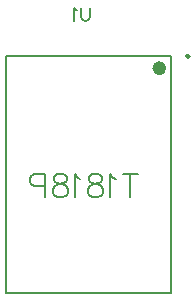
<source format=gbo>
G04 Layer: BottomSilkscreenLayer*
G04 EasyEDA v6.5.42, 2024-04-13 21:48:16*
G04 7b93da579f024c5689f0948710d994dc,a2f4cb7aa3704937908c5b59a0d1150c,10*
G04 Gerber Generator version 0.2*
G04 Scale: 100 percent, Rotated: No, Reflected: No *
G04 Dimensions in millimeters *
G04 leading zeros omitted , absolute positions ,4 integer and 5 decimal *
%FSLAX45Y45*%
%MOMM*%

%ADD10C,0.2032*%
%ADD11C,0.1524*%
%ADD12C,0.2007*%
%ADD13C,0.2489*%
%ADD14C,0.5994*%

%LPD*%
D10*
X5561446Y-2703253D02*
G01*
X5561446Y-2897215D01*
X5626100Y-2703253D02*
G01*
X5496791Y-2703253D01*
X5435831Y-2740197D02*
G01*
X5417357Y-2730962D01*
X5389648Y-2703253D01*
X5389648Y-2897215D01*
X5282509Y-2703253D02*
G01*
X5310217Y-2712488D01*
X5319453Y-2730962D01*
X5319453Y-2749435D01*
X5310217Y-2767906D01*
X5291744Y-2777144D01*
X5254797Y-2786379D01*
X5227088Y-2795615D01*
X5208617Y-2814088D01*
X5199379Y-2832562D01*
X5199379Y-2860271D01*
X5208617Y-2878744D01*
X5217853Y-2887979D01*
X5245562Y-2897215D01*
X5282509Y-2897215D01*
X5310217Y-2887979D01*
X5319453Y-2878744D01*
X5328688Y-2860271D01*
X5328688Y-2832562D01*
X5319453Y-2814088D01*
X5300979Y-2795615D01*
X5273271Y-2786379D01*
X5236326Y-2777144D01*
X5217853Y-2767906D01*
X5208617Y-2749435D01*
X5208617Y-2730962D01*
X5217853Y-2712488D01*
X5245562Y-2703253D01*
X5282509Y-2703253D01*
X5138420Y-2740197D02*
G01*
X5119949Y-2730962D01*
X5092240Y-2703253D01*
X5092240Y-2897215D01*
X4985097Y-2703253D02*
G01*
X5012806Y-2712488D01*
X5022042Y-2730962D01*
X5022042Y-2749435D01*
X5012806Y-2767906D01*
X4994333Y-2777144D01*
X4957389Y-2786379D01*
X4929680Y-2795615D01*
X4911206Y-2814088D01*
X4901971Y-2832562D01*
X4901971Y-2860271D01*
X4911206Y-2878744D01*
X4920442Y-2887979D01*
X4948151Y-2897215D01*
X4985097Y-2897215D01*
X5012806Y-2887979D01*
X5022042Y-2878744D01*
X5031280Y-2860271D01*
X5031280Y-2832562D01*
X5022042Y-2814088D01*
X5003571Y-2795615D01*
X4975862Y-2786379D01*
X4938915Y-2777144D01*
X4920442Y-2767906D01*
X4911206Y-2749435D01*
X4911206Y-2730962D01*
X4920442Y-2712488D01*
X4948151Y-2703253D01*
X4985097Y-2703253D01*
X4841011Y-2703253D02*
G01*
X4841011Y-2897215D01*
X4841011Y-2703253D02*
G01*
X4757884Y-2703253D01*
X4730173Y-2712488D01*
X4720937Y-2721726D01*
X4711702Y-2740197D01*
X4711702Y-2767906D01*
X4720937Y-2786379D01*
X4730173Y-2795615D01*
X4757884Y-2804853D01*
X4841011Y-2804853D01*
D11*
X5219700Y-1294361D02*
G01*
X5219700Y-1372293D01*
X5214505Y-1387878D01*
X5204114Y-1398270D01*
X5188526Y-1403464D01*
X5178135Y-1403464D01*
X5162550Y-1398270D01*
X5152158Y-1387878D01*
X5146964Y-1372293D01*
X5146964Y-1294361D01*
X5112674Y-1315143D02*
G01*
X5102283Y-1309946D01*
X5086695Y-1294361D01*
X5086695Y-1403464D01*
D12*
X4506975Y-1705102D02*
G01*
X5907024Y-1705102D01*
X5907024Y-3705097D01*
X4506975Y-3705097D01*
X4506975Y-3705097D02*
G01*
X4506975Y-1705102D01*
D13*
G75*
G01*
X6037072Y-1702562D02*
G02*
X6037072Y-1702816I12445J-127D01*
D14*
G75*
G01*
X5776976Y-1805178D02*
G02*
X5776976Y-1805686I29971J-254D01*
M02*

</source>
